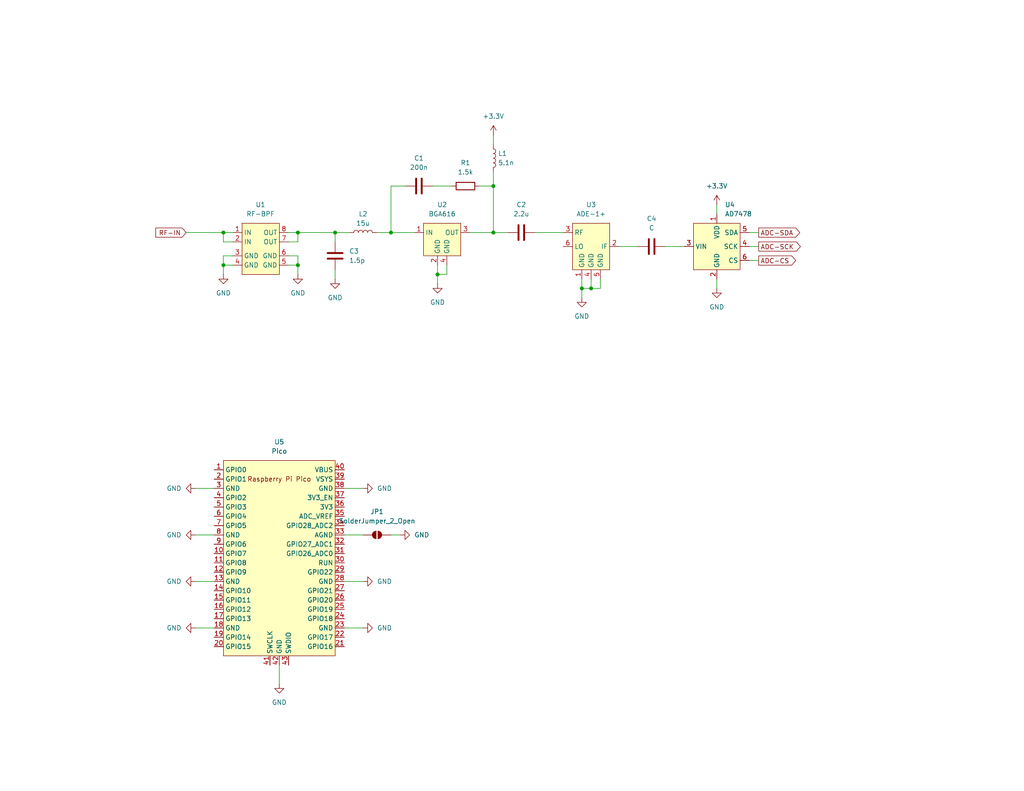
<source format=kicad_sch>
(kicad_sch (version 20231120) (generator "eeschema") (generator_version "8.0")
  (paper "USLetter")
  (title_block (title "MSR-20") (date "2024-03-27") (rev "1"))
  (lib_symbols
    (symbol "Device:C" (pin_numbers hide) (pin_names (offset 0.254))
      (property "Reference" "C" (at 0.635 2.54 0))
      (property "Value" "C" (at 0.635 -2.54 0))
      (symbol "C_0_1"
        (polyline (pts (xy -2.032 -0.762) (xy 2.032 -0.762)) (stroke (width 0.508)))
        (polyline (pts (xy -2.032 0.762) (xy 2.032 0.762)) (stroke (width 0.508)))
      )
      (symbol "C_1_1"
        (pin passive line (at 0 3.81 270) (length 2.794) (name "~") (number "1"))
        (pin passive line (at 0 -3.81 90) (length 2.794) (name "~") (number "2"))
      )
    )
    (symbol "Device:L" (pin_numbers hide) (pin_names (offset 1.016) hide)
      (property "Reference" "L" (at -1.27 0 90))
      (property "Value" "L" (at 1.905 0 90))
      (symbol "L_0_1"
        (arc (start 0 -2.54) (mid 0.6323 -1.905) (end 0 -1.27))
        (arc (start 0 -1.27) (mid 0.6323 -0.635) (end 0 0))
        (arc (start 0 0) (mid 0.6323 0.635) (end 0 1.27))
        (arc (start 0 1.27) (mid 0.6323 1.905) (end 0 2.54))
      )
      (symbol "L_1_1"
        (pin passive line (at 0 3.81 270) (length 1.27) (name "1") (number "1"))
        (pin passive line (at 0 -3.81 90) (length 1.27) (name "2") (number "2"))
      )
    )
    (symbol "Device:R" (pin_numbers hide) (pin_names (offset 0))
      (property "Reference" "R" (at 2.032 0 90))
      (property "Value" "R" (at 0 0 90))
      (symbol "R_0_1"
        (rectangle (start -1.016 -2.54) (end 1.016 2.54) (stroke (width 0.254)))
      )
      (symbol "R_1_1"
        (pin passive line (at 0 3.81 270) (length 1.27) (name "~") (number "1"))
        (pin passive line (at 0 -3.81 90) (length 1.27) (name "~") (number "2"))
      )
    )
    (symbol "Jumper:SolderJumper_2_Open" (pin_numbers hide) (pin_names (offset 0) hide) (exclude_from_sim yes) (in_bom no)
      (property "Reference" "JP" (at 0 2.032 0))
      (property "Value" "SolderJumper_2_Open" (at 0 -2.54 0))
      (symbol "SolderJumper_2_Open_0_1"
        (arc (start -0.254 1.016) (mid -1.2656 0) (end -0.254 -1.016))
        (arc (start -0.254 1.016) (mid -1.2656 0) (end -0.254 -1.016) (fill (type outline)))
        (polyline (pts (xy -0.254 1.016) (xy -0.254 -1.016)))
        (polyline (pts (xy 0.254 1.016) (xy 0.254 -1.016)))
        (arc (start 0.254 -1.016) (mid 1.2656 0) (end 0.254 1.016))
        (arc (start 0.254 -1.016) (mid 1.2656 0) (end 0.254 1.016) (fill (type outline)))
      )
      (symbol "SolderJumper_2_Open_1_1"
        (pin passive line (at -3.81 0 0) (length 2.54) (name "A") (number "1"))
        (pin passive line (at 3.81 0 180) (length 2.54) (name "B") (number "2"))
      )
    )
    (symbol "MCU_RaspberryPi_and_Boards:Pico"
      (property "Reference" "U" (at -13.97 27.94 0))
      (property "Value" "Pico" (at 0 19.05 0))
      (symbol "Pico_0_0"
        (text "Raspberry Pi Pico" (at 0 21.59 0) (effects (font (size 1.27 1.27))))
      )
      (symbol "Pico_0_1"
        (rectangle (start -15.24 26.67) (end 15.24 -26.67) (fill (type background)))
      )
      (symbol "Pico_1_1"
        (pin bidirectional line (at -17.78 24.13 0) (length 2.54) (name "GPIO0") (number "1"))
        (pin bidirectional line (at -17.78 1.27 0) (length 2.54) (name "GPIO7") (number "10"))
        (pin bidirectional line (at -17.78 -1.27 0) (length 2.54) (name "GPIO8") (number "11"))
        (pin bidirectional line (at -17.78 -3.81 0) (length 2.54) (name "GPIO9") (number "12"))
        (pin power_in line (at -17.78 -6.35 0) (length 2.54) (name "GND") (number "13"))
        (pin bidirectional line (at -17.78 -8.89 0) (length 2.54) (name "GPIO10") (number "14"))
        (pin bidirectional line (at -17.78 -11.43 0) (length 2.54) (name "GPIO11") (number "15"))
        (pin bidirectional line (at -17.78 -13.97 0) (length 2.54) (name "GPIO12") (number "16"))
        (pin bidirectional line (at -17.78 -16.51 0) (length 2.54) (name "GPIO13") (number "17"))
        (pin power_in line (at -17.78 -19.05 0) (length 2.54) (name "GND") (number "18"))
        (pin bidirectional line (at -17.78 -21.59 0) (length 2.54) (name "GPIO14") (number "19"))
        (pin bidirectional line (at -17.78 21.59 0) (length 2.54) (name "GPIO1") (number "2"))
        (pin bidirectional line (at -17.78 -24.13 0) (length 2.54) (name "GPIO15") (number "20"))
        (pin bidirectional line (at 17.78 -24.13 180) (length 2.54) (name "GPIO16") (number "21"))
        (pin bidirectional line (at 17.78 -21.59 180) (length 2.54) (name "GPIO17") (number "22"))
        (pin power_in line (at 17.78 -19.05 180) (length 2.54) (name "GND") (number "23"))
        (pin bidirectional line (at 17.78 -16.51 180) (length 2.54) (name "GPIO18") (number "24"))
        (pin bidirectional line (at 17.78 -13.97 180) (length 2.54) (name "GPIO19") (number "25"))
        (pin bidirectional line (at 17.78 -11.43 180) (length 2.54) (name "GPIO20") (number "26"))
        (pin bidirectional line (at 17.78 -8.89 180) (length 2.54) (name "GPIO21") (number "27"))
        (pin power_in line (at 17.78 -6.35 180) (length 2.54) (name "GND") (number "28"))
        (pin bidirectional line (at 17.78 -3.81 180) (length 2.54) (name "GPIO22") (number "29"))
        (pin power_in line (at -17.78 19.05 0) (length 2.54) (name "GND") (number "3"))
        (pin input line (at 17.78 -1.27 180) (length 2.54) (name "RUN") (number "30"))
        (pin bidirectional line (at 17.78 1.27 180) (length 2.54) (name "GPIO26_ADC0") (number "31"))
        (pin bidirectional line (at 17.78 3.81 180) (length 2.54) (name "GPIO27_ADC1") (number "32"))
        (pin power_in line (at 17.78 6.35 180) (length 2.54) (name "AGND") (number "33"))
        (pin bidirectional line (at 17.78 8.89 180) (length 2.54) (name "GPIO28_ADC2") (number "34"))
        (pin power_in line (at 17.78 11.43 180) (length 2.54) (name "ADC_VREF") (number "35"))
        (pin power_in line (at 17.78 13.97 180) (length 2.54) (name "3V3") (number "36"))
        (pin input line (at 17.78 16.51 180) (length 2.54) (name "3V3_EN") (number "37"))
        (pin bidirectional line (at 17.78 19.05 180) (length 2.54) (name "GND") (number "38"))
        (pin power_in line (at 17.78 21.59 180) (length 2.54) (name "VSYS") (number "39"))
        (pin bidirectional line (at -17.78 16.51 0) (length 2.54) (name "GPIO2") (number "4"))
        (pin power_in line (at 17.78 24.13 180) (length 2.54) (name "VBUS") (number "40"))
        (pin input line (at -2.54 -29.21 90) (length 2.54) (name "SWCLK") (number "41"))
        (pin power_in line (at 0 -29.21 90) (length 2.54) (name "GND") (number "42"))
        (pin bidirectional line (at 2.54 -29.21 90) (length 2.54) (name "SWDIO") (number "43"))
        (pin bidirectional line (at -17.78 13.97 0) (length 2.54) (name "GPIO3") (number "5"))
        (pin bidirectional line (at -17.78 11.43 0) (length 2.54) (name "GPIO4") (number "6"))
        (pin bidirectional line (at -17.78 8.89 0) (length 2.54) (name "GPIO5") (number "7"))
        (pin power_in line (at -17.78 6.35 0) (length 2.54) (name "GND") (number "8"))
        (pin bidirectional line (at -17.78 3.81 0) (length 2.54) (name "GPIO6") (number "9"))
      )
    )
    (symbol "msr20:AD7478"
      (property "Reference" "U" (at 1.27 3.81 0))
      (property "Value" "AD7478" (at 1.27 1.27 0))
      (symbol "AD7478_1_1"
        (rectangle (start -6.35 0) (end 6.35 -12.7) (fill (type background)))
        (pin power_in line (at 0 2.54 270) (length 2.54) (name "VDD") (number "1"))
        (pin power_in line (at 0 -15.24 90) (length 2.54) (name "GND") (number "2"))
        (pin input line (at -8.89 -6.35 0) (length 2.54) (name "VIN") (number "3"))
        (pin input line (at 8.89 -6.35 180) (length 2.54) (name "SCK") (number "4"))
        (pin output line (at 8.89 -2.54 180) (length 2.54) (name "SDA") (number "5"))
        (pin input line (at 8.89 -10.16 180) (length 2.54) (name "CS") (number "6"))
      )
    )
    (symbol "msr20:ADE-1+"
      (property "Reference" "U" (at 0 10.16 0))
      (property "Value" "ADE-1+" (at 0 7.62 0))
      (symbol "ADE-1+_1_1"
        (rectangle (start -5.08 6.35) (end 5.08 -6.35) (fill (type background)))
        (pin power_in line (at -2.54 -8.89 90) (length 2.54) (name "GND") (number "1"))
        (pin output line (at 7.62 0 180) (length 2.54) (name "IF") (number "2"))
        (pin input line (at -7.62 3.81 0) (length 2.54) (name "RF") (number "3"))
        (pin power_in line (at 0 -8.89 90) (length 2.54) (name "GND") (number "4"))
        (pin power_in line (at 2.54 -8.89 90) (length 2.54) (name "GND") (number "5"))
        (pin input line (at -7.62 0 0) (length 2.54) (name "LO") (number "6"))
      )
    )
    (symbol "msr20:BGA616"
      (property "Reference" "U" (at 0 3.81 0))
      (property "Value" "BGA616" (at 0 1.27 0))
      (symbol "BGA616_1_1"
        (rectangle (start -5.08 0) (end 5.08 -8.89) (fill (type background)))
        (pin input line (at -7.62 -2.54 0) (length 2.54) (name "IN") (number "1"))
        (pin power_in line (at -1.27 -11.43 90) (length 2.54) (name "GND") (number "2"))
        (pin output line (at 7.62 -2.54 180) (length 2.54) (name "OUT") (number "3"))
        (pin power_in line (at 1.27 -11.43 90) (length 2.54) (name "GND") (number "4"))
      )
    )
    (symbol "msr20:RF-BPF"
      (property "Reference" "U" (at 0 3.81 0))
      (property "Value" "RF-BPF" (at 0 1.27 0))
      (symbol "RF-BPF_1_1"
        (rectangle (start -5.08 0) (end 5.08 -13.97) (fill (type background)))
        (pin input line (at -7.62 -2.54 0) (length 2.54) (name "IN") (number "1"))
        (pin input line (at -7.62 -5.08 0) (length 2.54) (name "IN") (number "2"))
        (pin power_in line (at -7.62 -8.89 0) (length 2.54) (name "GND") (number "3"))
        (pin power_in line (at -7.62 -11.43 0) (length 2.54) (name "GND") (number "4"))
        (pin power_in line (at 7.62 -11.43 180) (length 2.54) (name "GND") (number "5"))
        (pin power_in line (at 7.62 -8.89 180) (length 2.54) (name "GND") (number "6"))
        (pin output line (at 7.62 -5.08 180) (length 2.54) (name "OUT") (number "7"))
        (pin output line (at 7.62 -2.54 180) (length 2.54) (name "OUT") (number "8"))
      )
    )
    (symbol "power:+3.3V" (power) (pin_numbers hide) (pin_names (offset 0) hide)
      (property "Value" "+3.3V" (at 0 3.556 0))
      (symbol "+3.3V_0_1"
        (polyline (pts (xy -0.762 1.27) (xy 0 2.54)))
        (polyline (pts (xy 0 0) (xy 0 2.54)))
        (polyline (pts (xy 0 2.54) (xy 0.762 1.27)))
      )
      (symbol "+3.3V_1_1"
        (pin power_in line (at 0 0 90) (length 0) (name "~") (number "1"))
      )
    )
    (symbol "power:GND" (power) (pin_numbers hide) (pin_names (offset 0) hide)
      (property "Value" "GND" (at 0 -3.81 0))
      (symbol "GND_0_1"
        (polyline (pts (xy 0 0) (xy 0 -1.27) (xy 1.27 -1.27) (xy 0 -2.54) (xy -1.27 -1.27) (xy 0 -1.27)))
      )
      (symbol "GND_1_1"
        (pin power_in line (at 0 0 270) (length 0) (name "~") (number "1"))
      )
    )
  )
  (junction (at 134.62 50.8))
  (junction (at 81.28 72.39))
  (junction (at 91.44 63.5))
  (junction (at 158.75 78.74))
  (junction (at 106.68 63.5))
  (junction (at 60.96 63.5))
  (junction (at 60.96 72.39))
  (junction (at 161.29 78.74))
  (junction (at 134.62 63.5))
  (junction (at 119.38 74.93))
  (junction (at 81.28 63.5))
  (wire (pts (xy 204.47 63.5) (xy 207.01 63.5)))
  (wire (pts (xy 81.28 66.04) (xy 81.28 63.5)))
  (wire (pts (xy 110.49 50.8) (xy 106.68 50.8)))
  (wire (pts (xy 106.68 50.8) (xy 106.68 63.5)))
  (wire (pts (xy 118.11 50.8) (xy 123.19 50.8)))
  (wire (pts (xy 119.38 72.39) (xy 119.38 74.93)))
  (wire (pts (xy 91.44 63.5) (xy 91.44 66.04)))
  (wire (pts (xy 93.98 133.35) (xy 99.06 133.35)))
  (wire (pts (xy 134.62 36.83) (xy 134.62 39.37)))
  (wire (pts (xy 163.83 78.74) (xy 161.29 78.74)))
  (wire (pts (xy 163.83 76.2) (xy 163.83 78.74)))
  (wire (pts (xy 146.05 63.5) (xy 153.67 63.5)))
  (wire (pts (xy 63.5 66.04) (xy 60.96 66.04)))
  (wire (pts (xy 60.96 72.39) (xy 60.96 74.93)))
  (wire (pts (xy 161.29 76.2) (xy 161.29 78.74)))
  (wire (pts (xy 134.62 46.99) (xy 134.62 50.8)))
  (wire (pts (xy 53.34 171.45) (xy 58.42 171.45)))
  (wire (pts (xy 168.91 67.31) (xy 173.99 67.31)))
  (wire (pts (xy 78.74 66.04) (xy 81.28 66.04)))
  (wire (pts (xy 78.74 72.39) (xy 81.28 72.39)))
  (wire (pts (xy 81.28 69.85) (xy 81.28 72.39)))
  (wire (pts (xy 63.5 69.85) (xy 60.96 69.85)))
  (wire (pts (xy 93.98 171.45) (xy 99.06 171.45)))
  (wire (pts (xy 134.62 50.8) (xy 134.62 63.5)))
  (wire (pts (xy 60.96 66.04) (xy 60.96 63.5)))
  (wire (pts (xy 102.87 63.5) (xy 106.68 63.5)))
  (wire (pts (xy 78.74 69.85) (xy 81.28 69.85)))
  (wire (pts (xy 81.28 72.39) (xy 81.28 74.93)))
  (wire (pts (xy 53.34 146.05) (xy 58.42 146.05)))
  (wire (pts (xy 121.92 72.39) (xy 121.92 74.93)))
  (wire (pts (xy 158.75 78.74) (xy 158.75 81.28)))
  (wire (pts (xy 60.96 72.39) (xy 63.5 72.39)))
  (wire (pts (xy 158.75 76.2) (xy 158.75 78.74)))
  (wire (pts (xy 130.81 50.8) (xy 134.62 50.8)))
  (wire (pts (xy 204.47 71.12) (xy 207.01 71.12)))
  (wire (pts (xy 60.96 69.85) (xy 60.96 72.39)))
  (wire (pts (xy 93.98 158.75) (xy 99.06 158.75)))
  (wire (pts (xy 158.75 78.74) (xy 161.29 78.74)))
  (wire (pts (xy 91.44 63.5) (xy 95.25 63.5)))
  (wire (pts (xy 53.34 158.75) (xy 58.42 158.75)))
  (wire (pts (xy 195.58 55.88) (xy 195.58 58.42)))
  (wire (pts (xy 81.28 63.5) (xy 78.74 63.5)))
  (wire (pts (xy 119.38 74.93) (xy 119.38 77.47)))
  (wire (pts (xy 195.58 76.2) (xy 195.58 78.74)))
  (wire (pts (xy 106.68 146.05) (xy 109.22 146.05)))
  (wire (pts (xy 76.2 181.61) (xy 76.2 186.69)))
  (wire (pts (xy 121.92 74.93) (xy 119.38 74.93)))
  (wire (pts (xy 106.68 63.5) (xy 113.03 63.5)))
  (wire (pts (xy 91.44 73.66) (xy 91.44 76.2)))
  (wire (pts (xy 134.62 63.5) (xy 128.27 63.5)))
  (wire (pts (xy 204.47 67.31) (xy 207.01 67.31)))
  (wire (pts (xy 50.8 63.5) (xy 60.96 63.5)))
  (wire (pts (xy 81.28 63.5) (xy 91.44 63.5)))
  (wire (pts (xy 134.62 63.5) (xy 138.43 63.5)))
  (wire (pts (xy 93.98 146.05) (xy 99.06 146.05)))
  (wire (pts (xy 60.96 63.5) (xy 63.5 63.5)))
  (wire (pts (xy 53.34 133.35) (xy 58.42 133.35)))
  (wire (pts (xy 181.61 67.31) (xy 186.69 67.31)))
  (global_label "ADC-SCK" (shape output) (at 207.01 67.31 0) (property "Intersheetrefs" "${INTERSHEET_REFS}" (effects (hide yes))))
  (global_label "ADC-SDA" (shape output) (at 207.01 63.5 0) (property "Intersheetrefs" "${INTERSHEET_REFS}" (effects (hide yes))))
  (global_label "RF-IN" (shape input) (at 50.8 63.5 180) (property "Intersheetrefs" "${INTERSHEET_REFS}" (effects (hide yes))))
  (global_label "ADC-CS" (shape output) (at 207.01 71.12 0) (property "Intersheetrefs" "${INTERSHEET_REFS}" (effects (hide yes))))
  (symbol (lib_id "power:GND") (at 99.06 158.75 90) (unit 1)
    (property "Reference" "#PWR016" (effects (hide yes)))
    (property "Value" "GND" (at 102.87 158.7499 90) (effects (justify right)))
    (property "Description" "Power symbol creates a global label with name \"GND\" , ground" (effects (hide yes)))
  )
  (symbol (lib_id "power:GND") (at 53.34 171.45 270) (unit 1)
    (property "Reference" "#PWR013" (effects (hide yes)))
    (property "Value" "GND" (at 49.53 171.4499 90) (effects (justify right)))
    (property "Description" "Power symbol creates a global label with name \"GND\" , ground" (effects (hide yes)))
  )
  (symbol (lib_id "Device:C") (at 142.24 63.5 90) (unit 1)
    (property "Reference" "C2" (at 142.24 55.88 90))
    (property "Value" "2.2u" (at 142.24 58.42 90))
    (property "Description" "Unpolarized capacitor" (effects (hide yes)))
  )
  (symbol (lib_id "power:GND") (at 91.44 76.2 0) (unit 1)
    (property "Reference" "#PWR04" (effects (hide yes)))
    (property "Value" "GND" (at 91.44 81.28 0))
    (property "Description" "Power symbol creates a global label with name \"GND\" , ground" (effects (hide yes)))
  )
  (symbol (lib_id "Device:C") (at 114.3 50.8 90) (unit 1)
    (property "Reference" "C1" (at 114.3 43.18 90))
    (property "Value" "200n" (at 114.3 45.72 90))
    (property "Description" "Unpolarized capacitor" (effects (hide yes)))
  )
  (symbol (lib_id "Device:R") (at 127 50.8 90) (unit 1)
    (property "Reference" "R1" (at 127 44.45 90))
    (property "Value" "1.5k" (at 127 46.99 90))
    (property "Description" "Resistor" (effects (hide yes)))
  )
  (symbol (lib_id "power:GND") (at 53.34 133.35 270) (unit 1)
    (property "Reference" "#PWR010" (effects (hide yes)))
    (property "Value" "GND" (at 49.53 133.3499 90) (effects (justify right)))
    (property "Description" "Power symbol creates a global label with name \"GND\" , ground" (effects (hide yes)))
  )
  (symbol (lib_id "power:GND") (at 109.22 146.05 90) (unit 1)
    (property "Reference" "#PWR018" (effects (hide yes)))
    (property "Value" "GND" (at 113.03 146.0499 90) (effects (justify right)))
    (property "Description" "Power symbol creates a global label with name \"GND\" , ground" (effects (hide yes)))
  )
  (symbol (lib_id "power:+3.3V") (at 134.62 36.83 0) (unit 1)
    (property "Reference" "#PWR01" (effects (hide yes)))
    (property "Value" "+3.3V" (at 134.62 31.75 0))
    (property "Description" "Power symbol creates a global label with name \"+3.3V\"" (effects (hide yes)))
  )
  (symbol (lib_id "power:GND") (at 60.96 74.93 0) (unit 1)
    (property "Reference" "#PWR02" (effects (hide yes)))
    (property "Value" "GND" (at 60.96 80.01 0))
    (property "Description" "Power symbol creates a global label with name \"GND\" , ground" (effects (hide yes)))
  )
  (symbol (lib_id "MCU_RaspberryPi_and_Boards:Pico") (at 76.2 152.4 0) (unit 1)
    (property "Reference" "U5" (at 76.2 120.65 0))
    (property "Value" "Pico" (at 76.2 123.19 0))
    (property "Footprint" "RPi_Pico:RPi_Pico_SMD_TH" (effects (hide yes)))
  )
  (symbol (lib_id "power:GND") (at 158.75 81.28 0) (unit 1)
    (property "Reference" "#PWR06" (effects (hide yes)))
    (property "Value" "GND" (at 158.75 86.36 0))
    (property "Description" "Power symbol creates a global label with name \"GND\" , ground" (effects (hide yes)))
  )
  (symbol (lib_id "msr20:BGA616") (at 120.65 60.96 0) (unit 1)
    (property "Reference" "U2" (at 120.65 55.88 0))
    (property "Value" "BGA616" (at 120.65 58.42 0))
  )
  (symbol (lib_id "power:GND") (at 99.06 133.35 90) (unit 1)
    (property "Reference" "#PWR017" (effects (hide yes)))
    (property "Value" "GND" (at 102.87 133.3499 90) (effects (justify right)))
    (property "Description" "Power symbol creates a global label with name \"GND\" , ground" (effects (hide yes)))
  )
  (symbol (lib_id "Device:C") (at 91.44 69.85 0) (unit 1)
    (property "Reference" "C3" (at 95.25 68.5799 0) (effects (justify left)))
    (property "Value" "1.5p" (at 95.25 71.1199 0) (effects (justify left)))
    (property "Description" "Unpolarized capacitor" (effects (hide yes)))
  )
  (symbol (lib_id "power:GND") (at 53.34 158.75 270) (unit 1)
    (property "Reference" "#PWR012" (effects (hide yes)))
    (property "Value" "GND" (at 49.53 158.7499 90) (effects (justify right)))
    (property "Description" "Power symbol creates a global label with name \"GND\" , ground" (effects (hide yes)))
  )
  (symbol (lib_id "msr20:RF-BPF") (at 71.12 60.96 0) (unit 1)
    (property "Reference" "U1" (at 71.0858 55.88 0))
    (property "Value" "RF-BPF" (at 71.0858 58.42 0))
  )
  (symbol (lib_id "Device:L") (at 134.62 43.18 0) (unit 1)
    (property "Reference" "L1" (at 135.89 41.9099 0) (effects (justify left)))
    (property "Value" "5.1n" (at 135.89 44.4499 0) (effects (justify left)))
    (property "Description" "Inductor" (effects (hide yes)))
  )
  (symbol (lib_id "Device:C") (at 177.8 67.31 90) (unit 1)
    (property "Reference" "C4" (at 177.8 59.69 90))
    (property "Value" "C" (at 177.8 62.23 90))
    (property "Description" "Unpolarized capacitor" (effects (hide yes)))
  )
  (symbol (lib_id "power:GND") (at 119.38 77.47 0) (unit 1)
    (property "Reference" "#PWR05" (effects (hide yes)))
    (property "Value" "GND" (at 119.38 82.55 0))
    (property "Description" "Power symbol creates a global label with name \"GND\" , ground" (effects (hide yes)))
  )
  (symbol (lib_id "Device:L") (at 99.06 63.5 90) (unit 1)
    (property "Reference" "L2" (at 99.06 58.42 90))
    (property "Value" "15u" (at 99.06 60.96 90))
    (property "Description" "Inductor" (effects (hide yes)))
  )
  (symbol (lib_id "power:GND") (at 195.58 78.74 0) (unit 1)
    (property "Reference" "#PWR08" (effects (hide yes)))
    (property "Value" "GND" (at 195.58 83.82 0))
    (property "Description" "Power symbol creates a global label with name \"GND\" , ground" (effects (hide yes)))
  )
  (symbol (lib_id "power:GND") (at 76.2 186.69 0) (unit 1)
    (property "Reference" "#PWR014" (effects (hide yes)))
    (property "Value" "GND" (at 76.2 191.77 0))
    (property "Description" "Power symbol creates a global label with name \"GND\" , ground" (effects (hide yes)))
  )
  (symbol (lib_id "power:GND") (at 99.06 171.45 90) (unit 1)
    (property "Reference" "#PWR015" (effects (hide yes)))
    (property "Value" "GND" (at 102.87 171.4499 90) (effects (justify right)))
    (property "Description" "Power symbol creates a global label with name \"GND\" , ground" (effects (hide yes)))
  )
  (symbol (lib_id "Jumper:SolderJumper_2_Open") (at 102.87 146.05 0) (unit 1) (exclude_from_sim yes) (in_bom no)
    (property "Reference" "JP1" (at 102.87 139.7 0))
    (property "Value" "SolderJumper_2_Open" (at 102.87 142.24 0))
    (property "Description" "Solder Jumper, 2-pole, open" (effects (hide yes)))
  )
  (symbol (lib_id "msr20:ADE-1+") (at 161.29 67.31 0) (unit 1)
    (property "Reference" "U3" (at 161.29 55.88 0))
    (property "Value" "ADE-1+" (at 161.29 58.42 0))
  )
  (symbol (lib_id "power:GND") (at 53.34 146.05 270) (unit 1)
    (property "Reference" "#PWR011" (effects (hide yes)))
    (property "Value" "GND" (at 49.53 146.0499 90) (effects (justify right)))
    (property "Description" "Power symbol creates a global label with name \"GND\" , ground" (effects (hide yes)))
  )
  (symbol (lib_id "power:GND") (at 81.28 74.93 0) (unit 1)
    (property "Reference" "#PWR03" (effects (hide yes)))
    (property "Value" "GND" (at 81.28 80.01 0))
    (property "Description" "Power symbol creates a global label with name \"GND\" , ground" (effects (hide yes)))
  )
  (symbol (lib_id "power:+3.3V") (at 195.58 55.88 0) (unit 1)
    (property "Reference" "#PWR07" (effects (hide yes)))
    (property "Value" "+3.3V" (at 195.58 50.8 0))
    (property "Description" "Power symbol creates a global label with name \"+3.3V\"" (effects (hide yes)))
  )
  (symbol (lib_id "msr20:AD7478") (at 195.58 60.96 0) (unit 1)
    (property "Reference" "U4" (at 197.7741 55.88 0) (effects (justify left)))
    (property "Value" "AD7478" (at 197.7741 58.42 0) (effects (justify left)))
  )
)
</source>
